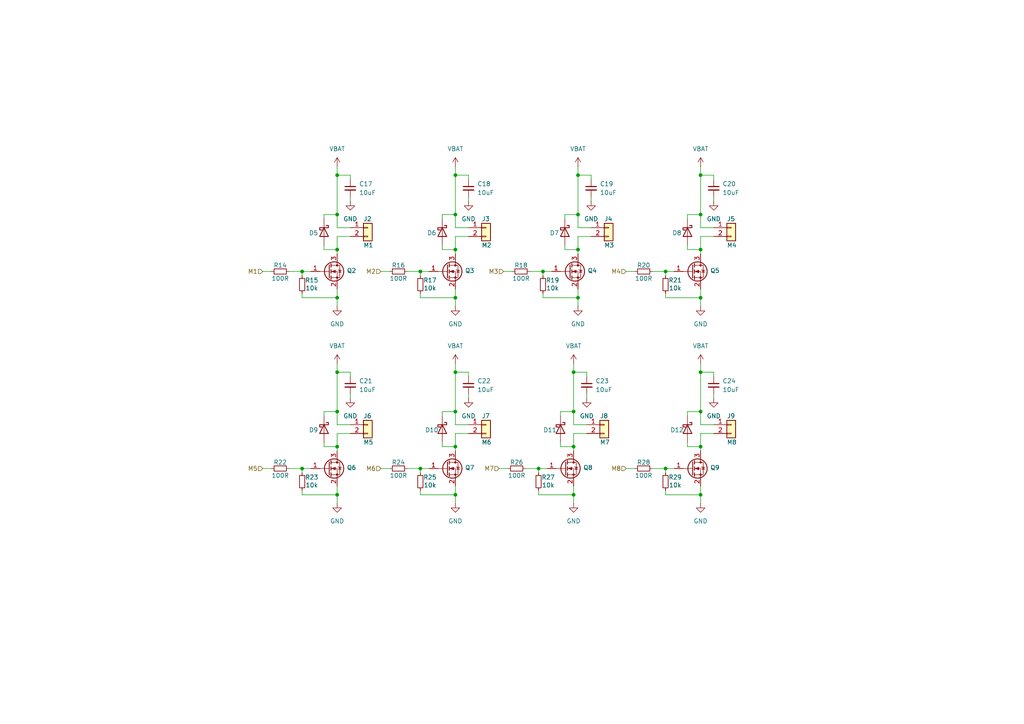
<source format=kicad_sch>
(kicad_sch (version 20231120) (generator "eeschema") (generator_version "8.0")
  (paper "A4")
  (lib_symbols
    (symbol "Connector_Generic:Conn_01x02" (pin_names (offset 1.016) hide)
      (property "Reference" "J" (at 0 2.54 0))
      (property "Value" "Conn_01x02" (at 0 -5.08 0))
      (symbol "Conn_01x02_1_1"
        (rectangle (start -1.27 -2.413) (end 0 -2.667) (stroke (width 0.1524)))
        (rectangle (start -1.27 0.127) (end 0 -0.127) (stroke (width 0.1524)))
        (rectangle (start -1.27 1.27) (end 1.27 -3.81) (stroke (width 0.254)) (fill (type background)))
        (pin passive line (at -5.08 0 0) (length 3.81) (name "Pin_1") (number "1"))
        (pin passive line (at -5.08 -2.54 0) (length 3.81) (name "Pin_2") (number "2"))
      )
    )
    (symbol "Device:C_Small" (pin_numbers hide) (pin_names (offset 0.254) hide)
      (property "Reference" "C" (at 0.254 1.778 0))
      (property "Value" "C_Small" (at 0.254 -2.032 0))
      (symbol "C_Small_0_1"
        (polyline (pts (xy -1.524 -0.508) (xy 1.524 -0.508)) (stroke (width 0.3302)))
        (polyline (pts (xy -1.524 0.508) (xy 1.524 0.508)) (stroke (width 0.3048)))
      )
      (symbol "C_Small_1_1"
        (pin passive line (at 0 2.54 270) (length 2.032) (name "~") (number "1"))
        (pin passive line (at 0 -2.54 90) (length 2.032) (name "~") (number "2"))
      )
    )
    (symbol "Device:D_Schottky" (pin_numbers hide) (pin_names (offset 1.016) hide)
      (property "Reference" "D" (at 0 2.54 0))
      (property "Value" "D_Schottky" (at 0 -2.54 0))
      (symbol "D_Schottky_0_1"
        (polyline (pts (xy 1.27 0) (xy -1.27 0)))
        (polyline (pts (xy 1.27 1.27) (xy 1.27 -1.27) (xy -1.27 0) (xy 1.27 1.27)) (stroke (width 0.254)))
        (polyline (pts (xy -1.905 0.635) (xy -1.905 1.27) (xy -1.27 1.27) (xy -1.27 -1.27) (xy -0.635 -1.27) (xy -0.635 -0.635)) (stroke (width 0.254)))
      )
      (symbol "D_Schottky_1_1"
        (pin passive line (at -3.81 0 0) (length 2.54) (name "K") (number "1"))
        (pin passive line (at 3.81 0 180) (length 2.54) (name "A") (number "2"))
      )
    )
    (symbol "Device:Q_NMOS_GSD" (pin_names (offset 0) hide)
      (property "Reference" "Q" (at 5.08 1.27 0))
      (property "Value" "Q_NMOS_GSD" (at 5.08 -1.27 0))
      (symbol "Q_NMOS_GSD_0_1"
        (polyline (pts (xy 0.254 0) (xy -2.54 0)))
        (polyline (pts (xy 0.254 1.905) (xy 0.254 -1.905)) (stroke (width 0.254)))
        (polyline (pts (xy 0.762 -1.27) (xy 0.762 -2.286)) (stroke (width 0.254)))
        (polyline (pts (xy 0.762 0.508) (xy 0.762 -0.508)) (stroke (width 0.254)))
        (polyline (pts (xy 0.762 2.286) (xy 0.762 1.27)) (stroke (width 0.254)))
        (polyline (pts (xy 2.54 2.54) (xy 2.54 1.778)))
        (polyline (pts (xy 2.54 -2.54) (xy 2.54 0) (xy 0.762 0)))
        (polyline (pts (xy 0.762 -1.778) (xy 3.302 -1.778) (xy 3.302 1.778) (xy 0.762 1.778)))
        (polyline (pts (xy 1.016 0) (xy 2.032 0.381) (xy 2.032 -0.381) (xy 1.016 0)) (fill (type outline)))
        (polyline (pts (xy 2.794 0.508) (xy 2.921 0.381) (xy 3.683 0.381) (xy 3.81 0.254)))
        (polyline (pts (xy 3.302 0.381) (xy 2.921 -0.254) (xy 3.683 -0.254) (xy 3.302 0.381)))
        (circle (center 1.651 0) (radius 2.794) (stroke (width 0.254)))
        (circle (center 2.54 -1.778) (radius 0.254) (fill (type outline)))
        (circle (center 2.54 1.778) (radius 0.254) (fill (type outline)))
      )
      (symbol "Q_NMOS_GSD_1_1"
        (pin input line (at -5.08 0 0) (length 2.54) (name "G") (number "1"))
        (pin passive line (at 2.54 -5.08 90) (length 2.54) (name "S") (number "2"))
        (pin passive line (at 2.54 5.08 270) (length 2.54) (name "D") (number "3"))
      )
    )
    (symbol "Device:R_Small" (pin_numbers hide) (pin_names (offset 0.254) hide)
      (property "Reference" "R" (at 0.762 0.508 0))
      (property "Value" "R_Small" (at 0.762 -1.016 0))
      (symbol "R_Small_0_1"
        (rectangle (start -0.762 1.778) (end 0.762 -1.778) (stroke (width 0.2032)))
      )
      (symbol "R_Small_1_1"
        (pin passive line (at 0 2.54 270) (length 0.762) (name "~") (number "1"))
        (pin passive line (at 0 -2.54 90) (length 0.762) (name "~") (number "2"))
      )
    )
    (symbol "custom:VBAT" (power) (pin_numbers hide) (pin_names (offset 0) hide)
      (property "Value" "VBAT" (at 0 3.556 0))
      (symbol "VBAT_0_1"
        (polyline (pts (xy -0.762 1.27) (xy 0 2.54)))
        (polyline (pts (xy 0 0) (xy 0 2.54)))
        (polyline (pts (xy 0 2.54) (xy 0.762 1.27)))
      )
      (symbol "VBAT_1_1"
        (pin power_in line (at 0 0 90) (length 0) (name "~") (number "1"))
      )
    )
    (symbol "power:GND" (power) (pin_numbers hide) (pin_names (offset 0) hide)
      (property "Value" "GND" (at 0 -3.81 0))
      (symbol "GND_0_1"
        (polyline (pts (xy 0 0) (xy 0 -1.27) (xy 1.27 -1.27) (xy 0 -2.54) (xy -1.27 -1.27) (xy 0 -1.27)))
      )
      (symbol "GND_1_1"
        (pin power_in line (at 0 0 270) (length 0) (name "~") (number "1"))
      )
    )
  )
  (junction (at 97.79 119.38))
  (junction (at 97.79 72.39))
  (junction (at 121.92 135.89))
  (junction (at 132.08 72.39))
  (junction (at 166.37 107.95))
  (junction (at 156.21 135.89))
  (junction (at 203.2 72.39))
  (junction (at 167.64 62.23))
  (junction (at 132.08 62.23))
  (junction (at 203.2 50.8))
  (junction (at 193.04 135.89))
  (junction (at 203.2 107.95))
  (junction (at 203.2 143.51))
  (junction (at 97.79 50.8))
  (junction (at 132.08 129.54))
  (junction (at 87.63 135.89))
  (junction (at 167.64 72.39))
  (junction (at 132.08 119.38))
  (junction (at 132.08 107.95))
  (junction (at 166.37 119.38))
  (junction (at 121.92 78.74))
  (junction (at 193.04 78.74))
  (junction (at 97.79 86.36))
  (junction (at 203.2 119.38))
  (junction (at 166.37 129.54))
  (junction (at 167.64 50.8))
  (junction (at 157.48 78.74))
  (junction (at 203.2 86.36))
  (junction (at 97.79 143.51))
  (junction (at 87.63 78.74))
  (junction (at 203.2 129.54))
  (junction (at 132.08 143.51))
  (junction (at 97.79 129.54))
  (junction (at 97.79 62.23))
  (junction (at 97.79 107.95))
  (junction (at 132.08 86.36))
  (junction (at 203.2 62.23))
  (junction (at 132.08 50.8))
  (junction (at 167.64 86.36))
  (junction (at 166.37 143.51))
  (wire (pts (xy 135.89 52.07) (xy 135.89 50.8)))
  (wire (pts (xy 166.37 119.38) (xy 166.37 107.95)))
  (wire (pts (xy 157.48 78.74) (xy 160.02 78.74)))
  (wire (pts (xy 207.01 123.19) (xy 203.2 123.19)))
  (wire (pts (xy 171.45 58.42) (xy 171.45 57.15)))
  (wire (pts (xy 181.61 78.74) (xy 184.15 78.74)))
  (wire (pts (xy 167.64 62.23) (xy 167.64 50.8)))
  (wire (pts (xy 135.89 58.42) (xy 135.89 57.15)))
  (wire (pts (xy 203.2 62.23) (xy 203.2 50.8)))
  (wire (pts (xy 199.39 71.12) (xy 199.39 72.39)))
  (wire (pts (xy 93.98 129.54) (xy 97.79 129.54)))
  (wire (pts (xy 87.63 142.24) (xy 87.63 143.51)))
  (wire (pts (xy 87.63 78.74) (xy 90.17 78.74)))
  (wire (pts (xy 203.2 72.39) (xy 203.2 73.66)))
  (wire (pts (xy 132.08 123.19) (xy 132.08 119.38)))
  (wire (pts (xy 157.48 85.09) (xy 157.48 86.36)))
  (wire (pts (xy 97.79 107.95) (xy 97.79 105.41)))
  (wire (pts (xy 199.39 128.27) (xy 199.39 129.54)))
  (wire (pts (xy 87.63 143.51) (xy 97.79 143.51)))
  (wire (pts (xy 207.01 107.95) (xy 203.2 107.95)))
  (wire (pts (xy 118.11 78.74) (xy 121.92 78.74)))
  (wire (pts (xy 203.2 125.73) (xy 203.2 129.54)))
  (wire (pts (xy 181.61 135.89) (xy 184.15 135.89)))
  (wire (pts (xy 163.83 71.12) (xy 163.83 72.39)))
  (wire (pts (xy 193.04 135.89) (xy 195.58 135.89)))
  (wire (pts (xy 135.89 68.58) (xy 132.08 68.58)))
  (wire (pts (xy 166.37 140.97) (xy 166.37 143.51)))
  (wire (pts (xy 97.79 129.54) (xy 97.79 130.81)))
  (wire (pts (xy 146.05 78.74) (xy 148.59 78.74)))
  (wire (pts (xy 171.45 50.8) (xy 167.64 50.8)))
  (wire (pts (xy 97.79 68.58) (xy 97.79 72.39)))
  (wire (pts (xy 97.79 50.8) (xy 97.79 48.26)))
  (wire (pts (xy 128.27 119.38) (xy 132.08 119.38)))
  (wire (pts (xy 128.27 119.38) (xy 128.27 120.65)))
  (wire (pts (xy 152.4 135.89) (xy 156.21 135.89)))
  (wire (pts (xy 97.79 62.23) (xy 97.79 50.8)))
  (wire (pts (xy 101.6 115.57) (xy 101.6 114.3)))
  (wire (pts (xy 163.83 62.23) (xy 163.83 63.5)))
  (wire (pts (xy 170.18 123.19) (xy 166.37 123.19)))
  (wire (pts (xy 203.2 143.51) (xy 203.2 146.05)))
  (wire (pts (xy 121.92 78.74) (xy 121.92 80.01)))
  (wire (pts (xy 87.63 85.09) (xy 87.63 86.36)))
  (wire (pts (xy 166.37 123.19) (xy 166.37 119.38)))
  (wire (pts (xy 132.08 125.73) (xy 132.08 129.54)))
  (wire (pts (xy 199.39 129.54) (xy 203.2 129.54)))
  (wire (pts (xy 167.64 86.36) (xy 167.64 88.9)))
  (wire (pts (xy 135.89 107.95) (xy 132.08 107.95)))
  (wire (pts (xy 207.01 58.42) (xy 207.01 57.15)))
  (wire (pts (xy 97.79 72.39) (xy 97.79 73.66)))
  (wire (pts (xy 167.64 68.58) (xy 167.64 72.39)))
  (wire (pts (xy 121.92 143.51) (xy 132.08 143.51)))
  (wire (pts (xy 199.39 119.38) (xy 199.39 120.65)))
  (wire (pts (xy 203.2 119.38) (xy 203.2 107.95)))
  (wire (pts (xy 156.21 135.89) (xy 158.75 135.89)))
  (wire (pts (xy 132.08 66.04) (xy 132.08 62.23)))
  (wire (pts (xy 132.08 119.38) (xy 132.08 107.95)))
  (wire (pts (xy 76.2 78.74) (xy 78.74 78.74)))
  (wire (pts (xy 162.56 119.38) (xy 162.56 120.65)))
  (wire (pts (xy 171.45 68.58) (xy 167.64 68.58)))
  (wire (pts (xy 193.04 86.36) (xy 203.2 86.36)))
  (wire (pts (xy 193.04 135.89) (xy 193.04 137.16)))
  (wire (pts (xy 193.04 78.74) (xy 195.58 78.74)))
  (wire (pts (xy 76.2 135.89) (xy 78.74 135.89)))
  (wire (pts (xy 121.92 78.74) (xy 124.46 78.74)))
  (wire (pts (xy 207.01 109.22) (xy 207.01 107.95)))
  (wire (pts (xy 157.48 86.36) (xy 167.64 86.36)))
  (wire (pts (xy 199.39 62.23) (xy 199.39 63.5)))
  (wire (pts (xy 157.48 78.74) (xy 157.48 80.01)))
  (wire (pts (xy 163.83 72.39) (xy 167.64 72.39)))
  (wire (pts (xy 203.2 83.82) (xy 203.2 86.36)))
  (wire (pts (xy 132.08 50.8) (xy 132.08 48.26)))
  (wire (pts (xy 203.2 50.8) (xy 203.2 48.26)))
  (wire (pts (xy 101.6 68.58) (xy 97.79 68.58)))
  (wire (pts (xy 101.6 123.19) (xy 97.79 123.19)))
  (wire (pts (xy 166.37 125.73) (xy 166.37 129.54)))
  (wire (pts (xy 87.63 135.89) (xy 90.17 135.89)))
  (wire (pts (xy 132.08 86.36) (xy 132.08 88.9)))
  (wire (pts (xy 207.01 115.57) (xy 207.01 114.3)))
  (wire (pts (xy 121.92 85.09) (xy 121.92 86.36)))
  (wire (pts (xy 101.6 109.22) (xy 101.6 107.95)))
  (wire (pts (xy 87.63 78.74) (xy 87.63 80.01)))
  (wire (pts (xy 167.64 66.04) (xy 167.64 62.23)))
  (wire (pts (xy 128.27 72.39) (xy 132.08 72.39)))
  (wire (pts (xy 170.18 125.73) (xy 166.37 125.73)))
  (wire (pts (xy 101.6 50.8) (xy 97.79 50.8)))
  (wire (pts (xy 101.6 66.04) (xy 97.79 66.04)))
  (wire (pts (xy 193.04 143.51) (xy 203.2 143.51)))
  (wire (pts (xy 93.98 128.27) (xy 93.98 129.54)))
  (wire (pts (xy 189.23 135.89) (xy 193.04 135.89)))
  (wire (pts (xy 128.27 62.23) (xy 128.27 63.5)))
  (wire (pts (xy 101.6 107.95) (xy 97.79 107.95)))
  (wire (pts (xy 167.64 50.8) (xy 167.64 48.26)))
  (wire (pts (xy 156.21 143.51) (xy 166.37 143.51)))
  (wire (pts (xy 207.01 125.73) (xy 203.2 125.73)))
  (wire (pts (xy 203.2 107.95) (xy 203.2 105.41)))
  (wire (pts (xy 132.08 72.39) (xy 132.08 73.66)))
  (wire (pts (xy 128.27 71.12) (xy 128.27 72.39)))
  (wire (pts (xy 132.08 107.95) (xy 132.08 105.41)))
  (wire (pts (xy 162.56 119.38) (xy 166.37 119.38)))
  (wire (pts (xy 97.79 140.97) (xy 97.79 143.51)))
  (wire (pts (xy 199.39 72.39) (xy 203.2 72.39)))
  (wire (pts (xy 166.37 129.54) (xy 166.37 130.81)))
  (wire (pts (xy 207.01 66.04) (xy 203.2 66.04)))
  (wire (pts (xy 128.27 129.54) (xy 132.08 129.54)))
  (wire (pts (xy 199.39 119.38) (xy 203.2 119.38)))
  (wire (pts (xy 93.98 119.38) (xy 93.98 120.65)))
  (wire (pts (xy 97.79 86.36) (xy 97.79 88.9)))
  (wire (pts (xy 93.98 62.23) (xy 93.98 63.5)))
  (wire (pts (xy 135.89 109.22) (xy 135.89 107.95)))
  (wire (pts (xy 121.92 142.24) (xy 121.92 143.51)))
  (wire (pts (xy 203.2 123.19) (xy 203.2 119.38)))
  (wire (pts (xy 128.27 128.27) (xy 128.27 129.54)))
  (wire (pts (xy 132.08 62.23) (xy 132.08 50.8)))
  (wire (pts (xy 135.89 123.19) (xy 132.08 123.19)))
  (wire (pts (xy 203.2 140.97) (xy 203.2 143.51)))
  (wire (pts (xy 93.98 119.38) (xy 97.79 119.38)))
  (wire (pts (xy 207.01 52.07) (xy 207.01 50.8)))
  (wire (pts (xy 132.08 68.58) (xy 132.08 72.39)))
  (wire (pts (xy 207.01 68.58) (xy 203.2 68.58)))
  (wire (pts (xy 156.21 142.24) (xy 156.21 143.51)))
  (wire (pts (xy 171.45 66.04) (xy 167.64 66.04)))
  (wire (pts (xy 97.79 143.51) (xy 97.79 146.05)))
  (wire (pts (xy 87.63 86.36) (xy 97.79 86.36)))
  (wire (pts (xy 101.6 58.42) (xy 101.6 57.15)))
  (wire (pts (xy 189.23 78.74) (xy 193.04 78.74)))
  (wire (pts (xy 135.89 125.73) (xy 132.08 125.73)))
  (wire (pts (xy 135.89 50.8) (xy 132.08 50.8)))
  (wire (pts (xy 97.79 83.82) (xy 97.79 86.36)))
  (wire (pts (xy 162.56 129.54) (xy 166.37 129.54)))
  (wire (pts (xy 135.89 115.57) (xy 135.89 114.3)))
  (wire (pts (xy 170.18 109.22) (xy 170.18 107.95)))
  (wire (pts (xy 121.92 135.89) (xy 121.92 137.16)))
  (wire (pts (xy 93.98 71.12) (xy 93.98 72.39)))
  (wire (pts (xy 101.6 52.07) (xy 101.6 50.8)))
  (wire (pts (xy 144.78 135.89) (xy 147.32 135.89)))
  (wire (pts (xy 132.08 143.51) (xy 132.08 146.05)))
  (wire (pts (xy 203.2 129.54) (xy 203.2 130.81)))
  (wire (pts (xy 97.79 123.19) (xy 97.79 119.38)))
  (wire (pts (xy 203.2 66.04) (xy 203.2 62.23)))
  (wire (pts (xy 135.89 66.04) (xy 132.08 66.04)))
  (wire (pts (xy 170.18 107.95) (xy 166.37 107.95)))
  (wire (pts (xy 128.27 62.23) (xy 132.08 62.23)))
  (wire (pts (xy 110.49 135.89) (xy 113.03 135.89)))
  (wire (pts (xy 87.63 135.89) (xy 87.63 137.16)))
  (wire (pts (xy 193.04 78.74) (xy 193.04 80.01)))
  (wire (pts (xy 167.64 72.39) (xy 167.64 73.66)))
  (wire (pts (xy 199.39 62.23) (xy 203.2 62.23)))
  (wire (pts (xy 166.37 143.51) (xy 166.37 146.05)))
  (wire (pts (xy 132.08 83.82) (xy 132.08 86.36)))
  (wire (pts (xy 110.49 78.74) (xy 113.03 78.74)))
  (wire (pts (xy 193.04 142.24) (xy 193.04 143.51)))
  (wire (pts (xy 207.01 50.8) (xy 203.2 50.8)))
  (wire (pts (xy 167.64 83.82) (xy 167.64 86.36)))
  (wire (pts (xy 132.08 129.54) (xy 132.08 130.81)))
  (wire (pts (xy 121.92 86.36) (xy 132.08 86.36)))
  (wire (pts (xy 118.11 135.89) (xy 121.92 135.89)))
  (wire (pts (xy 203.2 68.58) (xy 203.2 72.39)))
  (wire (pts (xy 203.2 86.36) (xy 203.2 88.9)))
  (wire (pts (xy 97.79 125.73) (xy 97.79 129.54)))
  (wire (pts (xy 83.82 135.89) (xy 87.63 135.89)))
  (wire (pts (xy 153.67 78.74) (xy 157.48 78.74)))
  (wire (pts (xy 97.79 66.04) (xy 97.79 62.23)))
  (wire (pts (xy 162.56 128.27) (xy 162.56 129.54)))
  (wire (pts (xy 171.45 52.07) (xy 171.45 50.8)))
  (wire (pts (xy 101.6 125.73) (xy 97.79 125.73)))
  (wire (pts (xy 193.04 85.09) (xy 193.04 86.36)))
  (wire (pts (xy 156.21 135.89) (xy 156.21 137.16)))
  (wire (pts (xy 163.83 62.23) (xy 167.64 62.23)))
  (wire (pts (xy 93.98 62.23) (xy 97.79 62.23)))
  (wire (pts (xy 93.98 72.39) (xy 97.79 72.39)))
  (wire (pts (xy 83.82 78.74) (xy 87.63 78.74)))
  (wire (pts (xy 166.37 107.95) (xy 166.37 105.41)))
  (wire (pts (xy 170.18 115.57) (xy 170.18 114.3)))
  (wire (pts (xy 121.92 135.89) (xy 124.46 135.89)))
  (wire (pts (xy 132.08 140.97) (xy 132.08 143.51)))
  (wire (pts (xy 97.79 119.38) (xy 97.79 107.95)))
  (hierarchical_label "M7" (shape input) (at 144.78 135.89 180))
  (hierarchical_label "M1" (shape input) (at 76.2 78.74 180))
  (hierarchical_label "M5" (shape input) (at 76.2 135.89 180))
  (hierarchical_label "M3" (shape input) (at 146.05 78.74 180))
  (hierarchical_label "M2" (shape input) (at 110.49 78.74 180))
  (hierarchical_label "M6" (shape input) (at 110.49 135.89 180))
  (hierarchical_label "M4" (shape input) (at 181.61 78.74 180))
  (hierarchical_label "M8" (shape input) (at 181.61 135.89 180))
  (symbol (lib_id "Device:R_Small") (at 115.57 78.74 90) (unit 1)
    (property "Reference" "R16" (at 115.57 76.962 90))
    (property "Value" "100R" (at 115.57 80.772 90))
    (property "Footprint" "custom:R_0402_1005Metric_NoSilk" (effects (hide yes)))
    (property "Description" "Resistor, small symbol" (effects (hide yes)))
  )
  (symbol (lib_id "power:GND") (at 132.08 146.05 0) (unit 1)
    (property "Reference" "#PWR057" (effects (hide yes)))
    (property "Value" "GND" (at 132.08 151.13 0))
    (property "Description" "Power symbol creates a global label with name \"GND\" , ground" (effects (hide yes)))
  )
  (symbol (lib_id "Device:R_Small") (at 186.69 78.74 90) (unit 1)
    (property "Reference" "R20" (at 186.69 76.962 90))
    (property "Value" "100R" (at 186.69 80.772 90))
    (property "Footprint" "custom:R_0402_1005Metric_NoSilk" (effects (hide yes)))
    (property "Description" "Resistor, small symbol" (effects (hide yes)))
  )
  (symbol (lib_id "custom:VBAT") (at 167.64 48.26 0) (unit 1)
    (property "Reference" "#PWR047" (effects (hide yes)))
    (property "Value" "VBAT" (at 167.64 43.18 0))
    (property "Description" "Power symbol creates a global label with name \"VBAT\"" (effects (hide yes)))
  )
  (symbol (lib_id "Device:D_Schottky") (at 93.98 124.46 270) (unit 1)
    (property "Reference" "D9" (at 90.932 124.714 90))
    (property "Value" "D_Schottky" (effects (hide yes)))
    (property "Footprint" "custom:D_SOD-523_NoSilk" (effects (hide yes)))
    (property "LSCS Part" "C455040" (effects (hide yes)))
  )
  (symbol (lib_id "custom:VBAT") (at 97.79 48.26 0) (unit 1)
    (property "Reference" "#PWR040" (effects (hide yes)))
    (property "Value" "VBAT" (at 97.79 43.18 0))
    (property "Description" "Power symbol creates a global label with name \"VBAT\"" (effects (hide yes)))
  )
  (symbol (lib_id "power:GND") (at 167.64 88.9 0) (unit 1)
    (property "Reference" "#PWR048" (effects (hide yes)))
    (property "Value" "GND" (at 167.64 93.98 0))
    (property "Description" "Power symbol creates a global label with name \"GND\" , ground" (effects (hide yes)))
  )
  (symbol (lib_id "Device:R_Small") (at 121.92 82.55 180) (unit 1)
    (property "Reference" "R17" (at 124.714 81.28 0))
    (property "Value" "10k" (at 124.714 83.566 0))
    (property "Footprint" "custom:R_0402_1005Metric_NoSilk" (effects (hide yes)))
    (property "Description" "Resistor, small symbol" (effects (hide yes)))
  )
  (symbol (lib_id "Device:D_Schottky") (at 162.56 124.46 270) (unit 1)
    (property "Reference" "D11" (at 159.512 124.714 90))
    (property "Value" "D_Schottky" (effects (hide yes)))
    (property "Footprint" "custom:D_SOD-523_NoSilk" (effects (hide yes)))
    (property "LSCS Part" "C455040" (effects (hide yes)))
  )
  (symbol (lib_id "power:GND") (at 132.08 88.9 0) (unit 1)
    (property "Reference" "#PWR045" (effects (hide yes)))
    (property "Value" "GND" (at 132.08 93.98 0))
    (property "Description" "Power symbol creates a global label with name \"GND\" , ground" (effects (hide yes)))
  )
  (symbol (lib_id "Connector_Generic:Conn_01x02") (at 140.97 66.04 0) (unit 1)
    (property "Reference" "J3" (at 139.7 63.5 0) (effects (justify left)))
    (property "Value" "M2" (at 139.7 71.12 0) (effects (justify left)))
    (property "Footprint" "custom:Conn_2_Motors" (effects (hide yes)))
    (property "Description" "Generic connector, single row, 01x02, script generated (kicad-library-utils/schlib/autogen/connector/)" (effects (hide yes)))
  )
  (symbol (lib_id "Connector_Generic:Conn_01x02") (at 176.53 66.04 0) (unit 1)
    (property "Reference" "J4" (at 175.26 63.5 0) (effects (justify left)))
    (property "Value" "M3" (at 175.26 71.12 0) (effects (justify left)))
    (property "Footprint" "custom:Conn_2_Motors" (effects (hide yes)))
    (property "Description" "Generic connector, single row, 01x02, script generated (kicad-library-utils/schlib/autogen/connector/)" (effects (hide yes)))
  )
  (symbol (lib_id "Device:R_Small") (at 186.69 135.89 90) (unit 1)
    (property "Reference" "R28" (at 186.69 134.112 90))
    (property "Value" "100R" (at 186.69 137.922 90))
    (property "Footprint" "custom:R_0402_1005Metric_NoSilk" (effects (hide yes)))
    (property "Description" "Resistor, small symbol" (effects (hide yes)))
  )
  (symbol (lib_id "Device:C_Small") (at 135.89 111.76 0) (unit 1)
    (property "Reference" "C22" (at 138.43 110.4962 0) (effects (justify left)))
    (property "Value" "10uF" (at 138.43 113.0362 0) (effects (justify left)))
    (property "Footprint" "custom:C_0402_1005Metric_NoSilk" (effects (hide yes)))
    (property "Description" "Unpolarized capacitor, small symbol" (effects (hide yes)))
  )
  (symbol (lib_id "Device:R_Small") (at 87.63 82.55 180) (unit 1)
    (property "Reference" "R15" (at 90.424 81.28 0))
    (property "Value" "10k" (at 90.424 83.566 0))
    (property "Footprint" "custom:R_0402_1005Metric_NoSilk" (effects (hide yes)))
    (property "Description" "Resistor, small symbol" (effects (hide yes)))
  )
  (symbol (lib_id "power:GND") (at 97.79 146.05 0) (unit 1)
    (property "Reference" "#PWR054" (effects (hide yes)))
    (property "Value" "GND" (at 97.79 151.13 0))
    (property "Description" "Power symbol creates a global label with name \"GND\" , ground" (effects (hide yes)))
  )
  (symbol (lib_id "Device:R_Small") (at 121.92 139.7 180) (unit 1)
    (property "Reference" "R25" (at 124.714 138.43 0))
    (property "Value" "10k" (at 124.714 140.716 0))
    (property "Footprint" "custom:R_0402_1005Metric_NoSilk" (effects (hide yes)))
    (property "Description" "Resistor, small symbol" (effects (hide yes)))
  )
  (symbol (lib_id "power:GND") (at 135.89 58.42 0) (unit 1)
    (property "Reference" "#PWR046" (effects (hide yes)))
    (property "Value" "GND" (at 135.89 63.5 0))
    (property "Description" "Power symbol creates a global label with name \"GND\" , ground" (effects (hide yes)))
  )
  (symbol (lib_id "Device:D_Schottky") (at 199.39 124.46 270) (unit 1)
    (property "Reference" "D12" (at 196.342 124.714 90))
    (property "Value" "D_Schottky" (effects (hide yes)))
    (property "Footprint" "custom:D_SOD-523_NoSilk" (effects (hide yes)))
    (property "LSCS Part" "C455040" (effects (hide yes)))
  )
  (symbol (lib_id "Device:C_Small") (at 207.01 54.61 0) (unit 1)
    (property "Reference" "C20" (at 209.55 53.3462 0) (effects (justify left)))
    (property "Value" "10uF" (at 209.55 55.8862 0) (effects (justify left)))
    (property "Footprint" "custom:C_0402_1005Metric_NoSilk" (effects (hide yes)))
    (property "Description" "Unpolarized capacitor, small symbol" (effects (hide yes)))
  )
  (symbol (lib_id "Device:C_Small") (at 135.89 54.61 0) (unit 1)
    (property "Reference" "C18" (at 138.43 53.3462 0) (effects (justify left)))
    (property "Value" "10uF" (at 138.43 55.8862 0) (effects (justify left)))
    (property "Footprint" "custom:C_0402_1005Metric_NoSilk" (effects (hide yes)))
    (property "Description" "Unpolarized capacitor, small symbol" (effects (hide yes)))
  )
  (symbol (lib_id "Device:R_Small") (at 193.04 82.55 180) (unit 1)
    (property "Reference" "R21" (at 195.834 81.28 0))
    (property "Value" "10k" (at 195.834 83.566 0))
    (property "Footprint" "custom:R_0402_1005Metric_NoSilk" (effects (hide yes)))
    (property "Description" "Resistor, small symbol" (effects (hide yes)))
  )
  (symbol (lib_id "Device:C_Small") (at 101.6 111.76 0) (unit 1)
    (property "Reference" "C21" (at 104.14 110.4962 0) (effects (justify left)))
    (property "Value" "10uF" (at 104.14 113.0362 0) (effects (justify left)))
    (property "Footprint" "custom:C_0402_1005Metric_NoSilk" (effects (hide yes)))
    (property "Description" "Unpolarized capacitor, small symbol" (effects (hide yes)))
  )
  (symbol (lib_id "Device:Q_NMOS_GSD") (at 165.1 78.74 0) (unit 1)
    (property "Reference" "Q4" (at 170.434 78.486 0) (effects (justify left)))
    (property "Value" "2300A" (effects (hide yes)))
    (property "Footprint" "custom:SOT-23_NoSilk" (effects (hide yes)))
    (property "Datasheet" "https://wmsc.lcsc.com/wmsc/upload/file/pdf/v2/lcsc/2307041438_HL-2300A_C7437077.pdf" (effects (hide yes)))
    (property "Description" "N-MOSFET transistor, gate/source/drain" (effects (hide yes)))
    (property "LCSC Part" "C7437077" (effects (hide yes)))
  )
  (symbol (lib_id "custom:VBAT") (at 132.08 105.41 0) (unit 1)
    (property "Reference" "#PWR056" (effects (hide yes)))
    (property "Value" "VBAT" (at 132.08 100.33 0))
    (property "Description" "Power symbol creates a global label with name \"VBAT\"" (effects (hide yes)))
  )
  (symbol (lib_id "power:GND") (at 203.2 88.9 0) (unit 1)
    (property "Reference" "#PWR051" (effects (hide yes)))
    (property "Value" "GND" (at 203.2 93.98 0))
    (property "Description" "Power symbol creates a global label with name \"GND\" , ground" (effects (hide yes)))
  )
  (symbol (lib_id "Device:R_Small") (at 193.04 139.7 180) (unit 1)
    (property "Reference" "R29" (at 195.834 138.43 0))
    (property "Value" "10k" (at 195.834 140.716 0))
    (property "Footprint" "custom:R_0402_1005Metric_NoSilk" (effects (hide yes)))
    (property "Description" "Resistor, small symbol" (effects (hide yes)))
  )
  (symbol (lib_id "Device:Q_NMOS_GSD") (at 129.54 78.74 0) (unit 1)
    (property "Reference" "Q3" (at 134.874 78.486 0) (effects (justify left)))
    (property "Value" "2300A" (effects (hide yes)))
    (property "Footprint" "custom:SOT-23_NoSilk" (effects (hide yes)))
    (property "Datasheet" "https://wmsc.lcsc.com/wmsc/upload/file/pdf/v2/lcsc/2307041438_HL-2300A_C7437077.pdf" (effects (hide yes)))
    (property "Description" "N-MOSFET transistor, gate/source/drain" (effects (hide yes)))
    (property "LCSC Part" "C7437077" (effects (hide yes)))
  )
  (symbol (lib_id "Device:Q_NMOS_GSD") (at 95.25 78.74 0) (unit 1)
    (property "Reference" "Q2" (at 100.584 78.486 0) (effects (justify left)))
    (property "Value" "2300A" (effects (hide yes)))
    (property "Footprint" "custom:SOT-23_NoSilk" (effects (hide yes)))
    (property "Datasheet" "https://wmsc.lcsc.com/wmsc/upload/file/pdf/v2/lcsc/2307041438_HL-2300A_C7437077.pdf" (effects (hide yes)))
    (property "Description" "N-MOSFET transistor, gate/source/drain" (effects (hide yes)))
    (property "LCSC Part" "C7437077" (effects (hide yes)))
  )
  (symbol (lib_id "Connector_Generic:Conn_01x02") (at 106.68 66.04 0) (unit 1)
    (property "Reference" "J2" (at 105.41 63.5 0) (effects (justify left)))
    (property "Value" "M1" (at 105.41 71.12 0) (effects (justify left)))
    (property "Footprint" "custom:Conn_2_Motors" (effects (hide yes)))
    (property "Description" "Generic connector, single row, 01x02, script generated (kicad-library-utils/schlib/autogen/connector/)" (effects (hide yes)))
  )
  (symbol (lib_id "Connector_Generic:Conn_01x02") (at 140.97 123.19 0) (unit 1)
    (property "Reference" "J7" (at 139.7 120.65 0) (effects (justify left)))
    (property "Value" "M6" (at 139.7 128.27 0) (effects (justify left)))
    (property "Footprint" "custom:Conn_2_Motors" (effects (hide yes)))
    (property "Description" "Generic connector, single row, 01x02, script generated (kicad-library-utils/schlib/autogen/connector/)" (effects (hide yes)))
  )
  (symbol (lib_id "Connector_Generic:Conn_01x02") (at 212.09 123.19 0) (unit 1)
    (property "Reference" "J9" (at 210.82 120.65 0) (effects (justify left)))
    (property "Value" "M8" (at 210.82 128.27 0) (effects (justify left)))
    (property "Footprint" "custom:Conn_2_Motors" (effects (hide yes)))
    (property "Description" "Generic connector, single row, 01x02, script generated (kicad-library-utils/schlib/autogen/connector/)" (effects (hide yes)))
  )
  (symbol (lib_id "Device:R_Small") (at 149.86 135.89 90) (unit 1)
    (property "Reference" "R26" (at 149.86 134.112 90))
    (property "Value" "100R" (at 149.86 137.922 90))
    (property "Footprint" "custom:R_0402_1005Metric_NoSilk" (effects (hide yes)))
    (property "Description" "Resistor, small symbol" (effects (hide yes)))
  )
  (symbol (lib_id "power:GND") (at 135.89 115.57 0) (unit 1)
    (property "Reference" "#PWR058" (effects (hide yes)))
    (property "Value" "GND" (at 135.89 120.65 0))
    (property "Description" "Power symbol creates a global label with name \"GND\" , ground" (effects (hide yes)))
  )
  (symbol (lib_id "custom:VBAT") (at 166.37 105.41 0) (unit 1)
    (property "Reference" "#PWR059" (effects (hide yes)))
    (property "Value" "VBAT" (at 166.37 100.33 0))
    (property "Description" "Power symbol creates a global label with name \"VBAT\"" (effects (hide yes)))
  )
  (symbol (lib_id "Device:Q_NMOS_GSD") (at 95.25 135.89 0) (unit 1)
    (property "Reference" "Q6" (at 100.584 135.636 0) (effects (justify left)))
    (property "Value" "2300A" (effects (hide yes)))
    (property "Footprint" "custom:SOT-23_NoSilk" (effects (hide yes)))
    (property "Datasheet" "https://wmsc.lcsc.com/wmsc/upload/file/pdf/v2/lcsc/2307041438_HL-2300A_C7437077.pdf" (effects (hide yes)))
    (property "Description" "N-MOSFET transistor, gate/source/drain" (effects (hide yes)))
    (property "LCSC Part" "C7437077" (effects (hide yes)))
  )
  (symbol (lib_id "power:GND") (at 166.37 146.05 0) (unit 1)
    (property "Reference" "#PWR060" (effects (hide yes)))
    (property "Value" "GND" (at 166.37 151.13 0))
    (property "Description" "Power symbol creates a global label with name \"GND\" , ground" (effects (hide yes)))
  )
  (symbol (lib_id "Device:Q_NMOS_GSD") (at 200.66 78.74 0) (unit 1)
    (property "Reference" "Q5" (at 205.994 78.486 0) (effects (justify left)))
    (property "Value" "2300A" (effects (hide yes)))
    (property "Footprint" "custom:SOT-23_NoSilk" (effects (hide yes)))
    (property "Datasheet" "https://wmsc.lcsc.com/wmsc/upload/file/pdf/v2/lcsc/2307041438_HL-2300A_C7437077.pdf" (effects (hide yes)))
    (property "Description" "N-MOSFET transistor, gate/source/drain" (effects (hide yes)))
    (property "LCSC Part" "C7437077" (effects (hide yes)))
  )
  (symbol (lib_id "Device:D_Schottky") (at 128.27 67.31 270) (unit 1)
    (property "Reference" "D6" (at 125.222 67.564 90))
    (property "Value" "D_Schottky" (effects (hide yes)))
    (property "Footprint" "custom:D_SOD-523_NoSilk" (effects (hide yes)))
    (property "LSCS Part" "C455040" (effects (hide yes)))
  )
  (symbol (lib_id "Device:R_Small") (at 87.63 139.7 180) (unit 1)
    (property "Reference" "R23" (at 90.424 138.43 0))
    (property "Value" "10k" (at 90.424 140.716 0))
    (property "Footprint" "custom:R_0402_1005Metric_NoSilk" (effects (hide yes)))
    (property "Description" "Resistor, small symbol" (effects (hide yes)))
  )
  (symbol (lib_id "power:GND") (at 101.6 115.57 0) (unit 1)
    (property "Reference" "#PWR055" (effects (hide yes)))
    (property "Value" "GND" (at 101.6 120.65 0))
    (property "Description" "Power symbol creates a global label with name \"GND\" , ground" (effects (hide yes)))
  )
  (symbol (lib_id "power:GND") (at 170.18 115.57 0) (unit 1)
    (property "Reference" "#PWR061" (effects (hide yes)))
    (property "Value" "GND" (at 170.18 120.65 0))
    (property "Description" "Power symbol creates a global label with name \"GND\" , ground" (effects (hide yes)))
  )
  (symbol (lib_id "Device:D_Schottky") (at 163.83 67.31 270) (unit 1)
    (property "Reference" "D7" (at 160.782 67.564 90))
    (property "Value" "D_Schottky" (effects (hide yes)))
    (property "Footprint" "custom:D_SOD-523_NoSilk" (effects (hide yes)))
    (property "LSCS Part" "C455040" (effects (hide yes)))
  )
  (symbol (lib_id "power:GND") (at 203.2 146.05 0) (unit 1)
    (property "Reference" "#PWR063" (effects (hide yes)))
    (property "Value" "GND" (at 203.2 151.13 0))
    (property "Description" "Power symbol creates a global label with name \"GND\" , ground" (effects (hide yes)))
  )
  (symbol (lib_id "Device:Q_NMOS_GSD") (at 129.54 135.89 0) (unit 1)
    (property "Reference" "Q7" (at 134.874 135.636 0) (effects (justify left)))
    (property "Value" "2300A" (effects (hide yes)))
    (property "Footprint" "custom:SOT-23_NoSilk" (effects (hide yes)))
    (property "Datasheet" "https://wmsc.lcsc.com/wmsc/upload/file/pdf/v2/lcsc/2307041438_HL-2300A_C7437077.pdf" (effects (hide yes)))
    (property "Description" "N-MOSFET transistor, gate/source/drain" (effects (hide yes)))
    (property "LCSC Part" "C7437077" (effects (hide yes)))
  )
  (symbol (lib_id "Connector_Generic:Conn_01x02") (at 106.68 123.19 0) (unit 1)
    (property "Reference" "J6" (at 105.41 120.65 0) (effects (justify left)))
    (property "Value" "M5" (at 105.41 128.27 0) (effects (justify left)))
    (property "Footprint" "custom:Conn_2_Motors" (effects (hide yes)))
    (property "Description" "Generic connector, single row, 01x02, script generated (kicad-library-utils/schlib/autogen/connector/)" (effects (hide yes)))
  )
  (symbol (lib_id "Device:D_Schottky") (at 93.98 67.31 270) (unit 1)
    (property "Reference" "D5" (at 90.932 67.564 90))
    (property "Value" "D_Schottky" (effects (hide yes)))
    (property "Footprint" "custom:D_SOD-523_NoSilk" (effects (hide yes)))
    (property "LSCS Part" "C455040" (effects (hide yes)))
  )
  (symbol (lib_id "Device:R_Small") (at 151.13 78.74 90) (unit 1)
    (property "Reference" "R18" (at 151.13 76.962 90))
    (property "Value" "100R" (at 151.13 80.772 90))
    (property "Footprint" "custom:R_0402_1005Metric_NoSilk" (effects (hide yes)))
    (property "Description" "Resistor, small symbol" (effects (hide yes)))
  )
  (symbol (lib_id "power:GND") (at 101.6 58.42 0) (unit 1)
    (property "Reference" "#PWR043" (effects (hide yes)))
    (property "Value" "GND" (at 101.6 63.5 0))
    (property "Description" "Power symbol creates a global label with name \"GND\" , ground" (effects (hide yes)))
  )
  (symbol (lib_id "Device:R_Small") (at 115.57 135.89 90) (unit 1)
    (property "Reference" "R24" (at 115.57 134.112 90))
    (property "Value" "100R" (at 115.57 137.922 90))
    (property "Footprint" "custom:R_0402_1005Metric_NoSilk" (effects (hide yes)))
    (property "Description" "Resistor, small symbol" (effects (hide yes)))
  )
  (symbol (lib_id "Device:C_Small") (at 207.01 111.76 0) (unit 1)
    (property "Reference" "C24" (at 209.55 110.4962 0) (effects (justify left)))
    (property "Value" "10uF" (at 209.55 113.0362 0) (effects (justify left)))
    (property "Footprint" "custom:C_0402_1005Metric_NoSilk" (effects (hide yes)))
    (property "Description" "Unpolarized capacitor, small symbol" (effects (hide yes)))
  )
  (symbol (lib_id "Connector_Generic:Conn_01x02") (at 175.26 123.19 0) (unit 1)
    (property "Reference" "J8" (at 173.99 120.65 0) (effects (justify left)))
    (property "Value" "M7" (at 173.99 128.27 0) (effects (justify left)))
    (property "Footprint" "custom:Conn_2_Motors" (effects (hide yes)))
    (property "Description" "Generic connector, single row, 01x02, script generated (kicad-library-utils/schlib/autogen/connector/)" (effects (hide yes)))
  )
  (symbol (lib_id "custom:VBAT") (at 203.2 48.26 0) (unit 1)
    (property "Reference" "#PWR050" (effects (hide yes)))
    (property "Value" "VBAT" (at 203.2 43.18 0))
    (property "Description" "Power symbol creates a global label with name \"VBAT\"" (effects (hide yes)))
  )
  (symbol (lib_id "Device:C_Small") (at 171.45 54.61 0) (unit 1)
    (property "Reference" "C19" (at 173.99 53.3462 0) (effects (justify left)))
    (property "Value" "10uF" (at 173.99 55.8862 0) (effects (justify left)))
    (property "Footprint" "custom:C_0402_1005Metric_NoSilk" (effects (hide yes)))
    (property "Description" "Unpolarized capacitor, small symbol" (effects (hide yes)))
  )
  (symbol (lib_id "Device:D_Schottky") (at 199.39 67.31 270) (unit 1)
    (property "Reference" "D8" (at 196.342 67.564 90))
    (property "Value" "D_Schottky" (effects (hide yes)))
    (property "Footprint" "custom:D_SOD-523_NoSilk" (effects (hide yes)))
    (property "LSCS Part" "C455040" (effects (hide yes)))
  )
  (symbol (lib_id "Device:R_Small") (at 81.28 78.74 90) (unit 1)
    (property "Reference" "R14" (at 81.28 76.962 90))
    (property "Value" "100R" (at 81.28 80.772 90))
    (property "Footprint" "custom:R_0402_1005Metric_NoSilk" (effects (hide yes)))
    (property "Description" "Resistor, small symbol" (effects (hide yes)))
  )
  (symbol (lib_id "Device:D_Schottky") (at 128.27 124.46 270) (unit 1)
    (property "Reference" "D10" (at 125.222 124.714 90))
    (property "Value" "D_Schottky" (effects (hide yes)))
    (property "Footprint" "custom:D_SOD-523_NoSilk" (effects (hide yes)))
    (property "LSCS Part" "C455040" (effects (hide yes)))
  )
  (symbol (lib_id "Device:R_Small") (at 81.28 135.89 90) (unit 1)
    (property "Reference" "R22" (at 81.28 134.112 90))
    (property "Value" "100R" (at 81.28 137.922 90))
    (property "Footprint" "custom:R_0402_1005Metric_NoSilk" (effects (hide yes)))
    (property "Description" "Resistor, small symbol" (effects (hide yes)))
  )
  (symbol (lib_id "power:GND") (at 97.79 88.9 0) (unit 1)
    (property "Reference" "#PWR042" (effects (hide yes)))
    (property "Value" "GND" (at 97.79 93.98 0))
    (property "Description" "Power symbol creates a global label with name \"GND\" , ground" (effects (hide yes)))
  )
  (symbol (lib_id "Device:C_Small") (at 101.6 54.61 0) (unit 1)
    (property "Reference" "C17" (at 104.14 53.3462 0) (effects (justify left)))
    (property "Value" "10uF" (at 104.14 55.8862 0) (effects (justify left)))
    (property "Footprint" "custom:C_0402_1005Metric_NoSilk" (effects (hide yes)))
    (property "Description" "Unpolarized capacitor, small symbol" (effects (hide yes)))
  )
  (symbol (lib_id "custom:VBAT") (at 203.2 105.41 0) (unit 1)
    (property "Reference" "#PWR062" (effects (hide yes)))
    (property "Value" "VBAT" (at 203.2 100.33 0))
    (property "Description" "Power symbol creates a global label with name \"VBAT\"" (effects (hide yes)))
  )
  (symbol (lib_id "Device:C_Small") (at 170.18 111.76 0) (unit 1)
    (property "Reference" "C23" (at 172.72 110.4962 0) (effects (justify left)))
    (property "Value" "10uF" (at 172.72 113.0362 0) (effects (justify left)))
    (property "Footprint" "custom:C_0402_1005Metric_NoSilk" (effects (hide yes)))
    (property "Description" "Unpolarized capacitor, small symbol" (effects (hide yes)))
  )
  (symbol (lib_id "custom:VBAT") (at 97.79 105.41 0) (unit 1)
    (property "Reference" "#PWR053" (effects (hide yes)))
    (property "Value" "VBAT" (at 97.79 100.33 0))
    (property "Description" "Power symbol creates a global label with name \"VBAT\"" (effects (hide yes)))
  )
  (symbol (lib_id "custom:VBAT") (at 132.08 48.26 0) (unit 1)
    (property "Reference" "#PWR044" (effects (hide yes)))
    (property "Value" "VBAT" (at 132.08 43.18 0))
    (property "Description" "Power symbol creates a global label with name \"VBAT\"" (effects (hide yes)))
  )
  (symbol (lib_id "Device:Q_NMOS_GSD") (at 163.83 135.89 0) (unit 1)
    (property "Reference" "Q8" (at 169.164 135.636 0) (effects (justify left)))
    (property "Value" "2300A" (effects (hide yes)))
    (property "Footprint" "custom:SOT-23_NoSilk" (effects (hide yes)))
    (property "Datasheet" "https://wmsc.lcsc.com/wmsc/upload/file/pdf/v2/lcsc/2307041438_HL-2300A_C7437077.pdf" (effects (hide yes)))
    (property "Description" "N-MOSFET transistor, gate/source/drain" (effects (hide yes)))
    (property "LCSC Part" "C7437077" (effects (hide yes)))
  )
  (symbol (lib_id "Device:Q_NMOS_GSD") (at 200.66 135.89 0) (unit 1)
    (property "Reference" "Q9" (at 205.994 135.636 0) (effects (justify left)))
    (property "Value" "2300A" (effects (hide yes)))
    (property "Footprint" "custom:SOT-23_NoSilk" (effects (hide yes)))
    (property "Datasheet" "https://wmsc.lcsc.com/wmsc/upload/file/pdf/v2/lcsc/2307041438_HL-2300A_C7437077.pdf" (effects (hide yes)))
    (property "Description" "N-MOSFET transistor, gate/source/drain" (effects (hide yes)))
    (property "LCSC Part" "C7437077" (effects (hide yes)))
  )
  (symbol (lib_id "Device:R_Small") (at 157.48 82.55 180) (unit 1)
    (property "Reference" "R19" (at 160.274 81.28 0))
    (property "Value" "10k" (at 160.274 83.566 0))
    (property "Footprint" "custom:R_0402_1005Metric_NoSilk" (effects (hide yes)))
    (property "Description" "Resistor, small symbol" (effects (hide yes)))
  )
  (symbol (lib_id "Connector_Generic:Conn_01x02") (at 212.09 66.04 0) (unit 1)
    (property "Reference" "J5" (at 210.82 63.5 0) (effects (justify left)))
    (property "Value" "M4" (at 210.82 71.12 0) (effects (justify left)))
    (property "Footprint" "custom:Conn_2_Motors" (effects (hide yes)))
    (property "Description" "Generic connector, single row, 01x02, script generated (kicad-library-utils/schlib/autogen/connector/)" (effects (hide yes)))
  )
  (symbol (lib_id "power:GND") (at 207.01 115.57 0) (unit 1)
    (property "Reference" "#PWR064" (effects (hide yes)))
    (property "Value" "GND" (at 207.01 120.65 0))
    (property "Description" "Power symbol creates a global label with name \"GND\" , ground" (effects (hide yes)))
  )
  (symbol (lib_id "power:GND") (at 207.01 58.42 0) (unit 1)
    (property "Reference" "#PWR052" (effects (hide yes)))
    (property "Value" "GND" (at 207.01 63.5 0))
    (property "Description" "Power symbol creates a global label with name \"GND\" , ground" (effects (hide yes)))
  )
  (symbol (lib_id "Device:R_Small") (at 156.21 139.7 180) (unit 1)
    (property "Reference" "R27" (at 159.004 138.43 0))
    (property "Value" "10k" (at 159.004 140.716 0))
    (property "Footprint" "custom:R_0402_1005Metric_NoSilk" (effects (hide yes)))
    (property "Description" "Resistor, small symbol" (effects (hide yes)))
  )
  (symbol (lib_id "power:GND") (at 171.45 58.42 0) (unit 1)
    (property "Reference" "#PWR049" (effects (hide yes)))
    (property "Value" "GND" (at 171.45 63.5 0))
    (property "Description" "Power symbol creates a global label with name \"GND\" , ground" (effects (hide yes)))
  )
)
</source>
